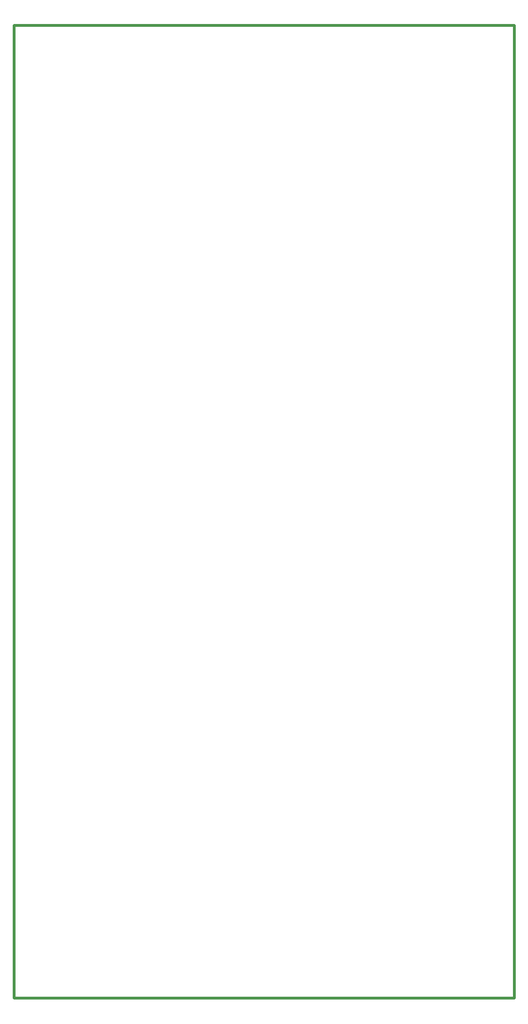
<source format=gko>
G04*
G04 #@! TF.GenerationSoftware,Altium Limited,Altium Designer,21.2.1 (34)*
G04*
G04 Layer_Color=16711935*
%FSLAX25Y25*%
%MOIN*%
G70*
G04*
G04 #@! TF.SameCoordinates,E3247584-B976-4F33-B0A2-C8B4A793FEE3*
G04*
G04*
G04 #@! TF.FilePolarity,Positive*
G04*
G01*
G75*
%ADD88C,0.01968*%
D88*
X-0Y-0D02*
Y688976D01*
Y-0D02*
X354331D01*
X-0Y688976D02*
X354331D01*
X354331D02*
X354331Y-0D01*
M02*

</source>
